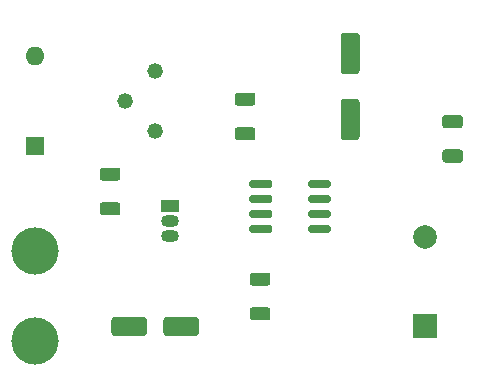
<source format=gbr>
%TF.GenerationSoftware,KiCad,Pcbnew,(5.1.9)-1*%
%TF.CreationDate,2021-03-24T16:34:38+05:30*%
%TF.ProjectId,pir alarm system,70697220-616c-4617-926d-207379737465,1.0*%
%TF.SameCoordinates,Original*%
%TF.FileFunction,Soldermask,Top*%
%TF.FilePolarity,Negative*%
%FSLAX46Y46*%
G04 Gerber Fmt 4.6, Leading zero omitted, Abs format (unit mm)*
G04 Created by KiCad (PCBNEW (5.1.9)-1) date 2021-03-24 16:34:38*
%MOMM*%
%LPD*%
G01*
G04 APERTURE LIST*
%ADD10C,4.000000*%
%ADD11O,1.600000X1.600000*%
%ADD12R,1.600000X1.600000*%
%ADD13R,1.500000X1.050000*%
%ADD14O,1.500000X1.050000*%
%ADD15C,1.320800*%
%ADD16C,2.000000*%
%ADD17R,2.000000X2.000000*%
G04 APERTURE END LIST*
D10*
%TO.C,VCC1*%
X140970000Y-127000000D03*
%TD*%
%TO.C,U1*%
G36*
G01*
X164060000Y-121435000D02*
X164060000Y-121135000D01*
G75*
G02*
X164210000Y-120985000I150000J0D01*
G01*
X165860000Y-120985000D01*
G75*
G02*
X166010000Y-121135000I0J-150000D01*
G01*
X166010000Y-121435000D01*
G75*
G02*
X165860000Y-121585000I-150000J0D01*
G01*
X164210000Y-121585000D01*
G75*
G02*
X164060000Y-121435000I0J150000D01*
G01*
G37*
G36*
G01*
X164060000Y-122705000D02*
X164060000Y-122405000D01*
G75*
G02*
X164210000Y-122255000I150000J0D01*
G01*
X165860000Y-122255000D01*
G75*
G02*
X166010000Y-122405000I0J-150000D01*
G01*
X166010000Y-122705000D01*
G75*
G02*
X165860000Y-122855000I-150000J0D01*
G01*
X164210000Y-122855000D01*
G75*
G02*
X164060000Y-122705000I0J150000D01*
G01*
G37*
G36*
G01*
X164060000Y-123975000D02*
X164060000Y-123675000D01*
G75*
G02*
X164210000Y-123525000I150000J0D01*
G01*
X165860000Y-123525000D01*
G75*
G02*
X166010000Y-123675000I0J-150000D01*
G01*
X166010000Y-123975000D01*
G75*
G02*
X165860000Y-124125000I-150000J0D01*
G01*
X164210000Y-124125000D01*
G75*
G02*
X164060000Y-123975000I0J150000D01*
G01*
G37*
G36*
G01*
X164060000Y-125245000D02*
X164060000Y-124945000D01*
G75*
G02*
X164210000Y-124795000I150000J0D01*
G01*
X165860000Y-124795000D01*
G75*
G02*
X166010000Y-124945000I0J-150000D01*
G01*
X166010000Y-125245000D01*
G75*
G02*
X165860000Y-125395000I-150000J0D01*
G01*
X164210000Y-125395000D01*
G75*
G02*
X164060000Y-125245000I0J150000D01*
G01*
G37*
G36*
G01*
X159110000Y-125245000D02*
X159110000Y-124945000D01*
G75*
G02*
X159260000Y-124795000I150000J0D01*
G01*
X160910000Y-124795000D01*
G75*
G02*
X161060000Y-124945000I0J-150000D01*
G01*
X161060000Y-125245000D01*
G75*
G02*
X160910000Y-125395000I-150000J0D01*
G01*
X159260000Y-125395000D01*
G75*
G02*
X159110000Y-125245000I0J150000D01*
G01*
G37*
G36*
G01*
X159110000Y-123975000D02*
X159110000Y-123675000D01*
G75*
G02*
X159260000Y-123525000I150000J0D01*
G01*
X160910000Y-123525000D01*
G75*
G02*
X161060000Y-123675000I0J-150000D01*
G01*
X161060000Y-123975000D01*
G75*
G02*
X160910000Y-124125000I-150000J0D01*
G01*
X159260000Y-124125000D01*
G75*
G02*
X159110000Y-123975000I0J150000D01*
G01*
G37*
G36*
G01*
X159110000Y-122705000D02*
X159110000Y-122405000D01*
G75*
G02*
X159260000Y-122255000I150000J0D01*
G01*
X160910000Y-122255000D01*
G75*
G02*
X161060000Y-122405000I0J-150000D01*
G01*
X161060000Y-122705000D01*
G75*
G02*
X160910000Y-122855000I-150000J0D01*
G01*
X159260000Y-122855000D01*
G75*
G02*
X159110000Y-122705000I0J150000D01*
G01*
G37*
G36*
G01*
X159110000Y-121435000D02*
X159110000Y-121135000D01*
G75*
G02*
X159260000Y-120985000I150000J0D01*
G01*
X160910000Y-120985000D01*
G75*
G02*
X161060000Y-121135000I0J-150000D01*
G01*
X161060000Y-121435000D01*
G75*
G02*
X160910000Y-121585000I-150000J0D01*
G01*
X159260000Y-121585000D01*
G75*
G02*
X159110000Y-121435000I0J150000D01*
G01*
G37*
%TD*%
D11*
%TO.C,SW1*%
X140970000Y-110490000D03*
D12*
X140970000Y-118110000D03*
%TD*%
%TO.C,R4*%
G36*
G01*
X160645001Y-129910000D02*
X159394999Y-129910000D01*
G75*
G02*
X159145000Y-129660001I0J249999D01*
G01*
X159145000Y-129034999D01*
G75*
G02*
X159394999Y-128785000I249999J0D01*
G01*
X160645001Y-128785000D01*
G75*
G02*
X160895000Y-129034999I0J-249999D01*
G01*
X160895000Y-129660001D01*
G75*
G02*
X160645001Y-129910000I-249999J0D01*
G01*
G37*
G36*
G01*
X160645001Y-132835000D02*
X159394999Y-132835000D01*
G75*
G02*
X159145000Y-132585001I0J249999D01*
G01*
X159145000Y-131959999D01*
G75*
G02*
X159394999Y-131710000I249999J0D01*
G01*
X160645001Y-131710000D01*
G75*
G02*
X160895000Y-131959999I0J-249999D01*
G01*
X160895000Y-132585001D01*
G75*
G02*
X160645001Y-132835000I-249999J0D01*
G01*
G37*
%TD*%
%TO.C,R3*%
G36*
G01*
X176940002Y-116565001D02*
X175690000Y-116565001D01*
G75*
G02*
X175440001Y-116315002I0J249999D01*
G01*
X175440001Y-115690000D01*
G75*
G02*
X175690000Y-115440001I249999J0D01*
G01*
X176940002Y-115440001D01*
G75*
G02*
X177190001Y-115690000I0J-249999D01*
G01*
X177190001Y-116315002D01*
G75*
G02*
X176940002Y-116565001I-249999J0D01*
G01*
G37*
G36*
G01*
X176940002Y-119490001D02*
X175690000Y-119490001D01*
G75*
G02*
X175440001Y-119240002I0J249999D01*
G01*
X175440001Y-118615000D01*
G75*
G02*
X175690000Y-118365001I249999J0D01*
G01*
X176940002Y-118365001D01*
G75*
G02*
X177190001Y-118615000I0J-249999D01*
G01*
X177190001Y-119240002D01*
G75*
G02*
X176940002Y-119490001I-249999J0D01*
G01*
G37*
%TD*%
%TO.C,R2*%
G36*
G01*
X158124999Y-116470000D02*
X159375001Y-116470000D01*
G75*
G02*
X159625000Y-116719999I0J-249999D01*
G01*
X159625000Y-117345001D01*
G75*
G02*
X159375001Y-117595000I-249999J0D01*
G01*
X158124999Y-117595000D01*
G75*
G02*
X157875000Y-117345001I0J249999D01*
G01*
X157875000Y-116719999D01*
G75*
G02*
X158124999Y-116470000I249999J0D01*
G01*
G37*
G36*
G01*
X158124999Y-113545000D02*
X159375001Y-113545000D01*
G75*
G02*
X159625000Y-113794999I0J-249999D01*
G01*
X159625000Y-114420001D01*
G75*
G02*
X159375001Y-114670000I-249999J0D01*
G01*
X158124999Y-114670000D01*
G75*
G02*
X157875000Y-114420001I0J249999D01*
G01*
X157875000Y-113794999D01*
G75*
G02*
X158124999Y-113545000I249999J0D01*
G01*
G37*
%TD*%
%TO.C,R1*%
G36*
G01*
X147945001Y-121020000D02*
X146694999Y-121020000D01*
G75*
G02*
X146445000Y-120770001I0J249999D01*
G01*
X146445000Y-120144999D01*
G75*
G02*
X146694999Y-119895000I249999J0D01*
G01*
X147945001Y-119895000D01*
G75*
G02*
X148195000Y-120144999I0J-249999D01*
G01*
X148195000Y-120770001D01*
G75*
G02*
X147945001Y-121020000I-249999J0D01*
G01*
G37*
G36*
G01*
X147945001Y-123945000D02*
X146694999Y-123945000D01*
G75*
G02*
X146445000Y-123695001I0J249999D01*
G01*
X146445000Y-123069999D01*
G75*
G02*
X146694999Y-122820000I249999J0D01*
G01*
X147945001Y-122820000D01*
G75*
G02*
X148195000Y-123069999I0J-249999D01*
G01*
X148195000Y-123695001D01*
G75*
G02*
X147945001Y-123945000I-249999J0D01*
G01*
G37*
%TD*%
D13*
%TO.C,Q1*%
X152400000Y-123190000D03*
D14*
X152400000Y-125730000D03*
X152400000Y-124460000D03*
%TD*%
D15*
%TO.C,H1*%
X151130000Y-111760000D03*
X148590000Y-114300000D03*
X151130000Y-116840000D03*
%TD*%
D10*
%TO.C,GND1*%
X140970000Y-134620000D03*
%TD*%
%TO.C,C2*%
G36*
G01*
X168190000Y-111980000D02*
X167090000Y-111980000D01*
G75*
G02*
X166840000Y-111730000I0J250000D01*
G01*
X166840000Y-108730000D01*
G75*
G02*
X167090000Y-108480000I250000J0D01*
G01*
X168190000Y-108480000D01*
G75*
G02*
X168440000Y-108730000I0J-250000D01*
G01*
X168440000Y-111730000D01*
G75*
G02*
X168190000Y-111980000I-250000J0D01*
G01*
G37*
G36*
G01*
X168190000Y-117580000D02*
X167090000Y-117580000D01*
G75*
G02*
X166840000Y-117330000I0J250000D01*
G01*
X166840000Y-114330000D01*
G75*
G02*
X167090000Y-114080000I250000J0D01*
G01*
X168190000Y-114080000D01*
G75*
G02*
X168440000Y-114330000I0J-250000D01*
G01*
X168440000Y-117330000D01*
G75*
G02*
X168190000Y-117580000I-250000J0D01*
G01*
G37*
%TD*%
%TO.C,C1*%
G36*
G01*
X150430000Y-132800000D02*
X150430000Y-133900000D01*
G75*
G02*
X150180000Y-134150000I-250000J0D01*
G01*
X147680000Y-134150000D01*
G75*
G02*
X147430000Y-133900000I0J250000D01*
G01*
X147430000Y-132800000D01*
G75*
G02*
X147680000Y-132550000I250000J0D01*
G01*
X150180000Y-132550000D01*
G75*
G02*
X150430000Y-132800000I0J-250000D01*
G01*
G37*
G36*
G01*
X154830000Y-132800000D02*
X154830000Y-133900000D01*
G75*
G02*
X154580000Y-134150000I-250000J0D01*
G01*
X152080000Y-134150000D01*
G75*
G02*
X151830000Y-133900000I0J250000D01*
G01*
X151830000Y-132800000D01*
G75*
G02*
X152080000Y-132550000I250000J0D01*
G01*
X154580000Y-132550000D01*
G75*
G02*
X154830000Y-132800000I0J-250000D01*
G01*
G37*
%TD*%
D16*
%TO.C,BZ1*%
X173990000Y-125750000D03*
D17*
X173990000Y-133350000D03*
%TD*%
M02*

</source>
